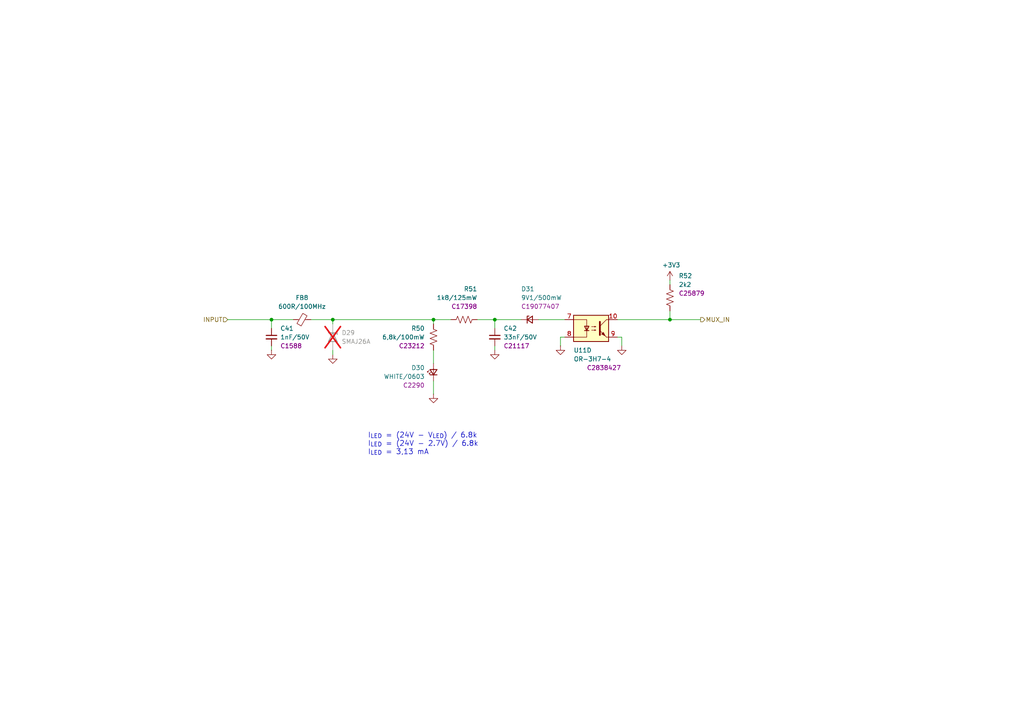
<source format=kicad_sch>
(kicad_sch (version 20250114) (generator "eeschema") (generator_version "9.0")
  (paper "A4")
  (title_block (title "ESP 24V 16xIn/16xOut/4xNTC Module") (date "2025-07-04") (rev "V4.1"))
  (lib_symbols
    (symbol "Device:C_Small" (pin_numbers (hide yes)) (pin_names (offset 0.254) (hide yes))
      (property "Reference" "C" (at 0.254 1.778 0))
      (property "Value" "C_Small" (at 0.254 -2.032 0))
      (symbol "C_Small_0_1"
        (polyline (pts (xy -1.524 0.508) (xy 1.524 0.508)) (stroke (width 0.3048)))
        (polyline (pts (xy -1.524 -0.508) (xy 1.524 -0.508)) (stroke (width 0.3302)))
      )
      (symbol "C_Small_1_1"
        (pin passive line (at 0 2.54 270) (length 2.032) (name "~") (number "1"))
        (pin passive line (at 0 -2.54 90) (length 2.032) (name "~") (number "2"))
      )
    )
    (symbol "Device:D_Zener_Small" (pin_numbers (hide yes)) (pin_names (offset 0.254) (hide yes))
      (property "Reference" "D" (at 0 2.286 0))
      (property "Value" "D_Zener_Small" (at 0 -2.286 0))
      (symbol "D_Zener_Small_0_1"
        (polyline (pts (xy -0.254 1.016) (xy -0.762 1.016) (xy -0.762 -1.016)) (stroke (width 0.254)))
        (polyline (pts (xy 0.762 1.016) (xy -0.762 0) (xy 0.762 -1.016) (xy 0.762 1.016)) (stroke (width 0.254)))
        (polyline (pts (xy 0.762 0) (xy -0.762 0)))
      )
      (symbol "D_Zener_Small_1_1"
        (pin passive line (at -2.54 0 0) (length 1.778) (name "K") (number "1"))
        (pin passive line (at 2.54 0 180) (length 1.778) (name "A") (number "2"))
      )
    )
    (symbol "Device:FerriteBead_Small" (pin_numbers (hide yes)) (pin_names (offset 0))
      (property "Reference" "FB" (at 1.905 1.27 0))
      (property "Value" "FerriteBead_Small" (at 1.905 -1.27 0))
      (symbol "FerriteBead_Small_0_1"
        (polyline (pts (xy -1.8288 0.2794) (xy -1.1176 1.4986) (xy 1.8288 -0.2032) (xy 1.1176 -1.4224) (xy -1.8288 0.2794)))
        (polyline (pts (xy 0 0.889) (xy 0 1.2954)))
        (polyline (pts (xy 0 -1.27) (xy 0 -0.7874)))
      )
      (symbol "FerriteBead_Small_1_1"
        (pin passive line (at 0 2.54 270) (length 1.27) (name "~") (number "1"))
        (pin passive line (at 0 -2.54 90) (length 1.27) (name "~") (number "2"))
      )
    )
    (symbol "Device:LED_Small" (pin_numbers (hide yes)) (pin_names (offset 0.254) (hide yes))
      (property "Reference" "D" (at -1.27 3.175 0))
      (property "Value" "LED_Small" (at -4.445 -2.54 0))
      (symbol "LED_Small_0_1"
        (polyline (pts (xy -0.762 -1.016) (xy -0.762 1.016)) (stroke (width 0.254)))
        (polyline (pts (xy 0 0.762) (xy -0.508 1.27) (xy -0.254 1.27) (xy -0.508 1.27) (xy -0.508 1.016)))
        (polyline (pts (xy 0.508 1.27) (xy 0 1.778) (xy 0.254 1.778) (xy 0 1.778) (xy 0 1.524)))
        (polyline (pts (xy 0.762 -1.016) (xy -0.762 0) (xy 0.762 1.016) (xy 0.762 -1.016)) (stroke (width 0.254)))
        (polyline (pts (xy 1.016 0) (xy -0.762 0)))
      )
      (symbol "LED_Small_1_1"
        (pin passive line (at -2.54 0 0) (length 1.778) (name "K") (number "1"))
        (pin passive line (at 2.54 0 180) (length 1.778) (name "A") (number "2"))
      )
    )
    (symbol "Device:R_US" (pin_numbers (hide yes)) (pin_names (offset 0))
      (property "Reference" "R" (at 2.54 0 90))
      (property "Value" "R_US" (at -2.54 0 90))
      (symbol "R_US_0_1"
        (polyline (pts (xy 0 2.286) (xy 0 2.54)))
        (polyline (pts (xy 0 2.286) (xy 1.016 1.905) (xy 0 1.524) (xy -1.016 1.143) (xy 0 0.762)))
        (polyline (pts (xy 0 0.762) (xy 1.016 0.381) (xy 0 0) (xy -1.016 -0.381) (xy 0 -0.762)))
        (polyline (pts (xy 0 -0.762) (xy 1.016 -1.143) (xy 0 -1.524) (xy -1.016 -1.905) (xy 0 -2.286)))
        (polyline (pts (xy 0 -2.286) (xy 0 -2.54)))
      )
      (symbol "R_US_1_1"
        (pin passive line (at 0 3.81 270) (length 1.27) (name "~") (number "1"))
        (pin passive line (at 0 -3.81 90) (length 1.27) (name "~") (number "2"))
      )
    )
    (symbol "Diode:SMAJ26A" (pin_numbers (hide yes)) (pin_names (offset 1.016) (hide yes))
      (property "Reference" "D" (at 0 2.54 0))
      (property "Value" "SMAJ26A" (at 0 -2.54 0))
      (symbol "SMAJ26A_0_1"
        (polyline (pts (xy -0.762 1.27) (xy -1.27 1.27) (xy -1.27 -1.27)) (stroke (width 0.254)))
        (polyline (pts (xy 1.27 1.27) (xy 1.27 -1.27) (xy -1.27 0) (xy 1.27 1.27)) (stroke (width 0.254)))
      )
      (symbol "SMAJ26A_1_1"
        (pin passive line (at -3.81 0 0) (length 2.54) (name "A1") (number "1"))
        (pin passive line (at 3.81 0 180) (length 2.54) (name "A2") (number "2"))
      )
    )
    (symbol "Tales:+3.3V" (power) (pin_names (offset 0))
      (property "Value" "+3.3V" (at 0 3.556 0))
      (symbol "+3.3V_0_1"
        (polyline (pts (xy -0.762 1.27) (xy 0 2.54)))
        (polyline (pts (xy 0 2.54) (xy 0.762 1.27)))
        (polyline (pts (xy 0 0) (xy 0 2.54)))
      )
      (symbol "+3.3V_1_1"
        (pin power_in line (at 0 0 90) (length 0) (hide yes) (name "+3.3V") (number "1"))
      )
    )
    (symbol "Tales:OR-3H7-4" (pin_names (offset 1.016))
      (property "Reference" "U" (at -5.08 5.08 0))
      (property "Value" "OR-3H7-4" (at 0 5.08 0))
      (symbol "OR-3H7-4_0_1"
        (rectangle (start -5.08 3.81) (end 5.08 -3.81) (stroke (width 0.254)) (fill (type background)))
        (polyline (pts (xy -5.08 2.54) (xy -1.27 2.54) (xy -1.27 -0.635)))
        (polyline (pts (xy -1.905 -0.635) (xy -0.635 -0.635)) (stroke (width 0.254)))
        (polyline (pts (xy -1.27 -0.635) (xy -1.27 -2.54) (xy -5.08 -2.54)))
        (polyline (pts (xy -1.27 -0.635) (xy -1.905 0.635) (xy -0.635 0.635) (xy -1.27 -0.635)) (stroke (width 0.254)))
        (polyline (pts (xy 0.127 0.508) (xy 1.397 0.508) (xy 1.016 0.381) (xy 1.016 0.635) (xy 1.397 0.508)))
        (polyline (pts (xy 0.127 -0.508) (xy 1.397 -0.508) (xy 1.016 -0.635) (xy 1.016 -0.381) (xy 1.397 -0.508)))
        (polyline (pts (xy 2.54 1.905) (xy 2.54 -1.905) (xy 2.54 -1.905)) (stroke (width 0.508)))
        (polyline (pts (xy 2.54 0.635) (xy 4.445 2.54)))
        (polyline (pts (xy 3.048 -1.651) (xy 3.556 -1.143) (xy 4.064 -2.159) (xy 3.048 -1.651) (xy 3.048 -1.651)) (fill (type outline)))
        (polyline (pts (xy 4.445 2.54) (xy 5.08 2.54)))
        (polyline (pts (xy 4.445 -2.54) (xy 2.54 -0.635)) (fill (type outline)))
        (polyline (pts (xy 4.445 -2.54) (xy 5.08 -2.54)))
      )
      (symbol "OR-3H7-4_1_1"
        (pin passive line (at -7.62 2.54 0) (length 2.54) (name "~") (number "1"))
        (pin passive line (at -7.62 -2.54 0) (length 2.54) (name "~") (number "2"))
        (pin passive line (at 7.62 2.54 180) (length 2.54) (name "~") (number "16"))
        (pin passive line (at 7.62 -2.54 180) (length 2.54) (name "~") (number "15"))
      )
      (symbol "OR-3H7-4_2_1"
        (pin passive line (at -7.62 2.54 0) (length 2.54) (name "~") (number "3"))
        (pin passive line (at -7.62 -2.54 0) (length 2.54) (name "~") (number "4"))
        (pin passive line (at 7.62 2.54 180) (length 2.54) (name "~") (number "14"))
        (pin passive line (at 7.62 -2.54 180) (length 2.54) (name "~") (number "13"))
      )
      (symbol "OR-3H7-4_3_1"
        (pin passive line (at -7.62 2.54 0) (length 2.54) (name "~") (number "5"))
        (pin passive line (at -7.62 -2.54 0) (length 2.54) (name "~") (number "6"))
        (pin passive line (at 7.62 2.54 180) (length 2.54) (name "~") (number "12"))
        (pin passive line (at 7.62 -2.54 180) (length 2.54) (name "~") (number "11"))
      )
      (symbol "OR-3H7-4_4_1"
        (pin passive line (at -7.62 2.54 0) (length 2.54) (name "~") (number "7"))
        (pin passive line (at -7.62 -2.54 0) (length 2.54) (name "~") (number "8"))
        (pin passive line (at 7.62 2.54 180) (length 2.54) (name "~") (number "10"))
        (pin passive line (at 7.62 -2.54 180) (length 2.54) (name "~") (number "9"))
      )
    )
    (symbol "power:GND" (power) (pin_numbers (hide yes)) (pin_names (offset 0) (hide yes))
      (property "Value" "GND" (at 0 -3.81 0))
      (symbol "GND_0_1"
        (polyline (pts (xy 0 0) (xy 0 -1.27) (xy 1.27 -1.27) (xy 0 -2.54) (xy -1.27 -1.27) (xy 0 -1.27)))
      )
      (symbol "GND_1_1"
        (pin power_in line (at 0 0 270) (length 0) (name "~") (number "1"))
      )
    )
  )
  (text "I_{LED} = (24V - V_{LED}) / 6.8k\nI_{LED} = (24V - 2.7V) / 6.8k\nI_{LED} = 3,13 mA" (at 106.68 132.08 0) (effects (font (size 1.5 1.5)) (justify left bottom)))
  (junction (at 96.52 92.71))
  (junction (at 78.74 92.71))
  (junction (at 143.51 92.71))
  (junction (at 125.73 92.71))
  (junction (at 194.31 92.71))
  (wire (pts (xy 96.52 92.71) (xy 96.52 93.98)))
  (wire (pts (xy 180.34 97.79) (xy 180.34 100.33)))
  (wire (pts (xy 179.07 92.71) (xy 194.31 92.71)))
  (wire (pts (xy 138.43 92.71) (xy 143.51 92.71)))
  (wire (pts (xy 194.31 81.28) (xy 194.31 82.55)))
  (wire (pts (xy 194.31 92.71) (xy 203.2 92.71)))
  (wire (pts (xy 194.31 90.17) (xy 194.31 92.71)))
  (wire (pts (xy 156.21 92.71) (xy 163.83 92.71)))
  (wire (pts (xy 143.51 100.33) (xy 143.51 101.6)))
  (wire (pts (xy 125.73 110.49) (xy 125.73 114.3)))
  (wire (pts (xy 96.52 101.6) (xy 96.52 102.87)))
  (wire (pts (xy 143.51 95.25) (xy 143.51 92.71)))
  (wire (pts (xy 143.51 92.71) (xy 151.13 92.71)))
  (wire (pts (xy 66.04 92.71) (xy 78.74 92.71)))
  (wire (pts (xy 125.73 92.71) (xy 125.73 93.98)))
  (wire (pts (xy 125.73 101.6) (xy 125.73 105.41)))
  (wire (pts (xy 96.52 92.71) (xy 125.73 92.71)))
  (wire (pts (xy 179.07 97.79) (xy 180.34 97.79)))
  (wire (pts (xy 162.56 97.79) (xy 162.56 100.33)))
  (wire (pts (xy 78.74 92.71) (xy 85.09 92.71)))
  (wire (pts (xy 78.74 92.71) (xy 78.74 95.25)))
  (wire (pts (xy 163.83 97.79) (xy 162.56 97.79)))
  (wire (pts (xy 125.73 92.71) (xy 130.81 92.71)))
  (wire (pts (xy 90.17 92.71) (xy 96.52 92.71)))
  (wire (pts (xy 78.74 100.33) (xy 78.74 101.6)))
  (hierarchical_label "INPUT" (shape input) (at 66.04 92.71 180))
  (hierarchical_label "MUX_IN" (shape output) (at 203.2 92.71 0))
  (symbol (lib_id "Device:R_US") (at 134.62 92.71 270) (unit 1)
    (property "Reference" "R30" (at 138.43 83.82 90) (effects (justify right)))
    (property "Value" "1k8/125mW" (at 138.43 86.36 90) (effects (justify right)))
    (property "Footprint" "Tales:R_0805_2012Metric" (effects (hide yes)))
    (property "Description" "Resistor, US symbol" (effects (hide yes)))
    (property "Case" "0805/2012" (effects (hide yes)))
    (property "Mfr" "Uniroyal" (effects (hide yes)))
    (property "Vendor" "JLCPCB" (effects (hide yes)))
    (property "Mfr PN" "0805W8F1801T5E" (effects (hide yes)))
    (property "Technology" "1%" (effects (hide yes)))
    (property "Vendor PN" "C17398" (effects (hide yes)))
    (property "LCSC Part #" "C17398" (at 138.43 88.9 90) (effects (justify right)))
    (property "JLCPCB BOM" "1" (effects (hide yes)))
    (instances (project "esp-24v-16ch-v4" (path "" (reference "R51") (unit 1)) (path "" (reference "R39") (unit 1)) (path "" (reference "R42") (unit 1)) (path "" (reference "R45") (unit 1)) (path "" (reference "R33") (unit 1)) (path "" (reference "R48") (unit 1)) (path "" (reference "R30") (unit 1)) (path "" (reference "R36") (unit 1))))
  )
  (symbol (lib_id "power:GND") (at 125.73 114.3 0) (unit 1)
    (property "Reference" "#PWR089" (effects (hide yes)))
    (property "Value" "GND" (effects (hide yes)))
    (property "Description" "Power symbol creates a global label with name \"GND\" , ground" (effects (hide yes)))
    (instances (project "esp-24v-16ch-v4" (path "" (reference "#PWR0138") (unit 1)) (path "" (reference "#PWR0110") (unit 1)) (path "" (reference "#PWR0117") (unit 1)) (path "" (reference "#PWR0124") (unit 1)) (path "" (reference "#PWR096") (unit 1)) (path "" (reference "#PWR0131") (unit 1)) (path "" (reference "#PWR089") (unit 1)) (path "" (reference "#PWR0103") (unit 1))))
  )
  (symbol (lib_id "power:GND") (at 78.74 101.6 0) (unit 1)
    (property "Reference" "#PWR087" (effects (hide yes)))
    (property "Value" "GND" (effects (hide yes)))
    (property "Description" "Power symbol creates a global label with name \"GND\" , ground" (effects (hide yes)))
    (instances (project "esp-24v-16ch-v4" (path "" (reference "#PWR0136") (unit 1)) (path "" (reference "#PWR0108") (unit 1)) (path "" (reference "#PWR0115") (unit 1)) (path "" (reference "#PWR0122") (unit 1)) (path "" (reference "#PWR094") (unit 1)) (path "" (reference "#PWR0129") (unit 1)) (path "" (reference "#PWR087") (unit 1)) (path "" (reference "#PWR0101") (unit 1))))
  )
  (symbol (lib_id "Device:FerriteBead_Small") (at 87.63 92.71 90) (unit 1)
    (property "Reference" "FB1" (at 87.5919 86.36 90))
    (property "Value" "600R/100MHz" (at 87.5919 88.9 90))
    (property "Footprint" "Tales:R_0603_1608Metric" (effects (hide yes)))
    (property "Description" "Ferrite bead, small symbol" (effects (hide yes)))
    (property "Case" "0603/1608" (effects (hide yes)))
    (property "JLCPCB BOM" "1" (effects (hide yes)))
    (property "LCSC Part #" "C85833" (effects (hide yes)))
    (property "Mfr" "Murata Electronics" (effects (hide yes)))
    (property "Mfr PN" "BLM18KG601SN1D" (effects (hide yes)))
    (property "Technology" "Ferrite Bead" (effects (hide yes)))
    (property "Vendor" "JLCPCB" (effects (hide yes)))
    (property "Vendor PN" "C85833" (effects (hide yes)))
    (instances (project "esp-24v-16ch-v4" (path "" (reference "FB8") (unit 1)) (path "" (reference "FB4") (unit 1)) (path "" (reference "FB5") (unit 1)) (path "" (reference "FB6") (unit 1)) (path "" (reference "FB2") (unit 1)) (path "" (reference "FB7") (unit 1)) (path "" (reference "FB1") (unit 1)) (path "" (reference "FB3") (unit 1))))
  )
  (symbol (lib_id "Diode:SMAJ26A") (at 96.52 97.79 270) (unit 1) (in_bom no) (on_board no) (dnp yes)
    (property "Reference" "D8" (at 99.06 96.5199 90) (effects (justify left)))
    (property "Value" "SMAJ26A" (at 99.06 99.0599 90) (effects (justify left)))
    (property "Footprint" "Diode_SMD:D_SMA" (effects (hide yes)))
    (property "Datasheet" "https://www.littelfuse.com/media?resourcetype=datasheets&itemid=75e32973-b177-4ee3-a0ff-cedaf1abdb93&filename=smaj-datasheet" (effects (hide yes)))
    (property "Description" "400W unidirectional Transient Voltage Suppressor, 26.0Vr, SMA(DO-214AC)" (effects (hide yes)))
    (property "Case" "SMA" (effects (hide yes)))
    (property "JLCPCB BOM" "1" (effects (hide yes)))
    (property "LCSC Part #" "C19077543" (effects (hide yes)))
    (property "Mfr" "hongjiacheng" (effects (hide yes)))
    (property "Mfr PN" "SMAJ26A" (effects (hide yes)))
    (property "Technology" "TVS" (effects (hide yes)))
    (property "Vendor" "JLCPCB" (effects (hide yes)))
    (property "Vendor PN" "C19077543" (effects (hide yes)))
    (instances (project "esp-24v-16ch-v4" (path "" (reference "D29") (unit 1)) (path "" (reference "D17") (unit 1)) (path "" (reference "D20") (unit 1)) (path "" (reference "D23") (unit 1)) (path "" (reference "D11") (unit 1)) (path "" (reference "D26") (unit 1)) (path "" (reference "D8") (unit 1)) (path "" (reference "D14") (unit 1))))
  )
  (symbol (lib_id "Device:C_Small") (at 143.51 97.79 0) (unit 1)
    (property "Reference" "C28" (at 146.05 95.2562 0) (effects (justify left)))
    (property "Value" "33nF/50V" (at 146.05 97.7962 0) (effects (justify left)))
    (property "Footprint" "Tales:C_0603_1608Metric" (effects (hide yes)))
    (property "Description" "Unpolarized capacitor, small symbol" (effects (hide yes)))
    (property "Technology" "Ceramic X7R" (effects (hide yes)))
    (property "Case" "0603/1608" (effects (hide yes)))
    (property "Mfr" "Samsung" (effects (hide yes)))
    (property "Mfr PN" "CL10B333KB8NNNC" (effects (hide yes)))
    (property "Vendor" "JLCPCB" (effects (hide yes)))
    (property "Vendor PN" "C21117" (effects (hide yes)))
    (property "LCSC Part #" "C21117" (at 146.05 100.3362 0) (effects (justify left)))
    (property "JLCPCB BOM" "1" (effects (hide yes)))
    (instances (project "esp-24v-16ch-v4" (path "" (reference "C42") (unit 1)) (path "" (reference "C34") (unit 1)) (path "" (reference "C36") (unit 1)) (path "" (reference "C38") (unit 1)) (path "" (reference "C30") (unit 1)) (path "" (reference "C40") (unit 1)) (path "" (reference "C28") (unit 1)) (path "" (reference "C32") (unit 1))))
  )
  (symbol (lib_id "power:GND") (at 162.56 100.33 0) (unit 1)
    (property "Reference" "#PWR091" (effects (hide yes)))
    (property "Value" "GND" (effects (hide yes)))
    (property "Description" "Power symbol creates a global label with name \"GND\" , ground" (effects (hide yes)))
    (instances (project "esp-24v-16ch-v4" (path "" (reference "#PWR0140") (unit 1)) (path "" (reference "#PWR0112") (unit 1)) (path "" (reference "#PWR0119") (unit 1)) (path "" (reference "#PWR0126") (unit 1)) (path "" (reference "#PWR098") (unit 1)) (path "" (reference "#PWR0133") (unit 1)) (path "" (reference "#PWR091") (unit 1)) (path "" (reference "#PWR0105") (unit 1))))
  )
  (symbol (lib_id "Device:LED_Small") (at 125.73 107.95 90) (unit 1)
    (property "Reference" "D9" (at 123.19 106.68 90) (effects (justify left)))
    (property "Value" "WHITE/0603" (at 123.19 109.22 90) (effects (justify left)))
    (property "Footprint" "Tales:LED_0603_1608Metric" (effects (hide yes)))
    (property "Description" "Light emitting diode, small symbol" (effects (hide yes)))
    (property "Case" "0603/1608" (effects (hide yes)))
    (property "Mfr" "Hubei KENTO Elec" (effects (hide yes)))
    (property "Mfr PN" "KT-0603W" (effects (hide yes)))
    (property "Vendor" "JLCPCB" (effects (hide yes)))
    (property "Vendor PN" "C2290" (effects (hide yes)))
    (property "LCSC Part #" "C2290" (at 123.19 111.76 90) (effects (justify left)))
    (property "JLCPCB BOM" "1" (effects (hide yes)))
    (property "Sim.Pin" "1=K 2=A" (effects (hide yes)))
    (instances (project "esp-24v-16ch-v4" (path "" (reference "D30") (unit 1)) (path "" (reference "D18") (unit 1)) (path "" (reference "D21") (unit 1)) (path "" (reference "D24") (unit 1)) (path "" (reference "D12") (unit 1)) (path "" (reference "D27") (unit 1)) (path "" (reference "D9") (unit 1)) (path "" (reference "D15") (unit 1))))
  )
  (symbol (lib_id "Device:D_Zener_Small") (at 153.67 92.71 0) (unit 1)
    (property "Reference" "D10" (at 151.13 83.82 0) (effects (justify left)))
    (property "Value" "9V1/500mW" (at 151.13 86.36 0) (effects (justify left)))
    (property "Footprint" "Tales:D_SOD-123" (effects (hide yes)))
    (property "Description" "Zener diode, small symbol" (effects (hide yes)))
    (property "Case" "SOD-123" (effects (hide yes)))
    (property "Mfr" "hongjiacheng" (effects (hide yes)))
    (property "Mfr PN" "BZT52C9V1" (effects (hide yes)))
    (property "Technology" "Zener" (effects (hide yes)))
    (property "Vendor" "JLCPCB" (effects (hide yes)))
    (property "Vendor PN" "C19077407" (effects (hide yes)))
    (property "JLCPCB BOM" "1" (effects (hide yes)))
    (property "LCSC Part #" "C19077407" (at 151.13 88.9 0) (effects (justify left)))
    (instances (project "esp-24v-16ch-v4" (path "" (reference "D31") (unit 1)) (path "" (reference "D19") (unit 1)) (path "" (reference "D22") (unit 1)) (path "" (reference "D25") (unit 1)) (path "" (reference "D13") (unit 1)) (path "" (reference "D28") (unit 1)) (path "" (reference "D10") (unit 1)) (path "" (reference "D16") (unit 1))))
  )
  (symbol (lib_id "Tales:+3.3V") (at 194.31 81.28 0) (unit 1)
    (property "Reference" "#PWR093" (effects (hide yes)))
    (property "Value" "+3V3" (at 194.691 76.8858 0))
    (property "Description" "Power symbol creates a global label with name \"+3.3V\"" (effects (hide yes)))
    (instances (project "esp-24v-16ch-v4" (path "" (reference "#PWR0142") (unit 1)) (path "" (reference "#PWR0114") (unit 1)) (path "" (reference "#PWR0121") (unit 1)) (path "" (reference "#PWR0128") (unit 1)) (path "" (reference "#PWR0100") (unit 1)) (path "" (reference "#PWR0135") (unit 1)) (path "" (reference "#PWR093") (unit 1)) (path "" (reference "#PWR0107") (unit 1))))
  )
  (symbol (lib_id "Device:R_US") (at 194.31 86.36 0) (unit 1)
    (property "Reference" "R31" (at 196.85 80.01 0) (effects (justify left)))
    (property "Value" "2k2" (at 196.85 82.55 0) (effects (justify left)))
    (property "Footprint" "Tales:R_0402_1005Metric" (effects (hide yes)))
    (property "Description" "Resistor, US symbol" (effects (hide yes)))
    (property "Case" "0402/1005" (effects (hide yes)))
    (property "Mfr" "Uniroyal" (effects (hide yes)))
    (property "Vendor" "JLCPCB" (effects (hide yes)))
    (property "Mfr PN" "0402WGF2201TCE" (effects (hide yes)))
    (property "Technology" "1%" (effects (hide yes)))
    (property "Vendor PN" "C25879" (effects (hide yes)))
    (property "LCSC Part #" "C25879" (at 196.85 85.09 0) (effects (justify left)))
    (property "JLCPCB BOM" "1" (effects (hide yes)))
    (instances (project "esp-24v-16ch-v4" (path "" (reference "R52") (unit 1)) (path "" (reference "R40") (unit 1)) (path "" (reference "R43") (unit 1)) (path "" (reference "R46") (unit 1)) (path "" (reference "R34") (unit 1)) (path "" (reference "R49") (unit 1)) (path "" (reference "R31") (unit 1)) (path "" (reference "R37") (unit 1))))
  )
  (symbol (lib_id "power:GND") (at 143.51 101.6 0) (unit 1)
    (property "Reference" "#PWR090" (effects (hide yes)))
    (property "Value" "GND" (effects (hide yes)))
    (property "Description" "Power symbol creates a global label with name \"GND\" , ground" (effects (hide yes)))
    (instances (project "esp-24v-16ch-v4" (path "" (reference "#PWR0139") (unit 1)) (path "" (reference "#PWR0111") (unit 1)) (path "" (reference "#PWR0118") (unit 1)) (path "" (reference "#PWR0125") (unit 1)) (path "" (reference "#PWR097") (unit 1)) (path "" (reference "#PWR0132") (unit 1)) (path "" (reference "#PWR090") (unit 1)) (path "" (reference "#PWR0104") (unit 1))))
  )
  (symbol (lib_id "Device:C_Small") (at 78.74 97.79 0) (unit 1)
    (property "Reference" "C27" (at 81.28 95.2562 0) (effects (justify left)))
    (property "Value" "1nF/50V" (at 81.28 97.7962 0) (effects (justify left)))
    (property "Footprint" "Tales:C_0603_1608Metric" (effects (hide yes)))
    (property "Description" "Unpolarized capacitor, small symbol" (effects (hide yes)))
    (property "Technology" "Ceramic X7R" (effects (hide yes)))
    (property "Case" "0603/1608" (effects (hide yes)))
    (property "Mfr" "Samsung" (effects (hide yes)))
    (property "Mfr PN" "CL10B102KB8NNNC" (effects (hide yes)))
    (property "Vendor" "JLCPCB" (effects (hide yes)))
    (property "Vendor PN" "C1588" (effects (hide yes)))
    (property "LCSC Part #" "C1588" (at 81.28 100.3362 0) (effects (justify left)))
    (property "JLCPCB BOM" "1" (effects (hide yes)))
    (instances (project "esp-24v-16ch-v4" (path "" (reference "C41") (unit 1)) (path "" (reference "C33") (unit 1)) (path "" (reference "C35") (unit 1)) (path "" (reference "C37") (unit 1)) (path "" (reference "C29") (unit 1)) (path "" (reference "C39") (unit 1)) (path "" (reference "C27") (unit 1)) (path "" (reference "C31") (unit 1))))
  )
  (symbol (lib_id "power:GND") (at 180.34 100.33 0) (unit 1)
    (property "Reference" "#PWR092" (effects (hide yes)))
    (property "Value" "GND" (effects (hide yes)))
    (property "Description" "Power symbol creates a global label with name \"GND\" , ground" (effects (hide yes)))
    (instances (project "esp-24v-16ch-v4" (path "" (reference "#PWR0141") (unit 1)) (path "" (reference "#PWR0113") (unit 1)) (path "" (reference "#PWR0120") (unit 1)) (path "" (reference "#PWR0127") (unit 1)) (path "" (reference "#PWR099") (unit 1)) (path "" (reference "#PWR0134") (unit 1)) (path "" (reference "#PWR092") (unit 1)) (path "" (reference "#PWR0106") (unit 1))))
  )
  (symbol (lib_id "power:GND") (at 96.52 102.87 0) (unit 1)
    (property "Reference" "#PWR088" (effects (hide yes)))
    (property "Value" "GND" (effects (hide yes)))
    (property "Description" "Power symbol creates a global label with name \"GND\" , ground" (effects (hide yes)))
    (instances (project "esp-24v-16ch-v4" (path "" (reference "#PWR0137") (unit 1)) (path "" (reference "#PWR0109") (unit 1)) (path "" (reference "#PWR0116") (unit 1)) (path "" (reference "#PWR0123") (unit 1)) (path "" (reference "#PWR095") (unit 1)) (path "" (reference "#PWR0130") (unit 1)) (path "" (reference "#PWR088") (unit 1)) (path "" (reference "#PWR0102") (unit 1))))
  )
  (symbol (lib_id "Tales:OR-3H7-4") (at 171.45 95.25 0) (unit 1)
    (property "Reference" "U10" (at 166.37 101.6 0) (effects (justify left)))
    (property "Value" "OR-3H7-4" (at 166.37 104.14 0) (effects (justify left)))
    (property "Footprint" "Tales:SOP-16_4.4x10.4mm_P1.27mm" (effects (hide yes)))
    (property "Description" "Quad DC Optocoupler, Vce 80V, CTR 100%, SOP16" (effects (hide yes)))
    (property "JLCPCB BOM" "1" (effects (hide yes)))
    (property "LCSC Part #" "C2838427" (at 170.18 106.68 0) (effects (justify left)))
    (property "Mfr PN" "OR-3H7-4GB-TA1-G" (effects (hide yes)))
    (property "Vendor PN" "C2838427" (effects (hide yes)))
    (property "Case" "SOP-16-4.4" (effects (hide yes)))
    (property "Mfr" "Orient" (effects (hide yes)))
    (property "Vendor" "JLCPCB" (effects (hide yes)))
    (instances (project "esp-24v-16ch-v4" (path "" (reference "U11") (unit 4)) (path "" (reference "U10") (unit 4)) (path "" (reference "U11") (unit 1)) (path "" (reference "U11") (unit 2)) (path "" (reference "U10") (unit 2)) (path "" (reference "U11") (unit 3)) (path "" (reference "U10") (unit 1)) (path "" (reference "U10") (unit 3))))
  )
  (symbol (lib_id "Device:R_US") (at 125.73 97.79 0) (unit 1)
    (property "Reference" "R29" (at 123.19 95.25 0) (effects (justify right)))
    (property "Value" "6,8k/100mW" (at 123.19 97.79 0) (effects (justify right)))
    (property "Footprint" "Tales:R_0603_1608Metric" (effects (hide yes)))
    (property "Description" "Resistor, US symbol" (effects (hide yes)))
    (property "Case" "0603/1608" (effects (hide yes)))
    (property "Mfr" "Uniroyal" (effects (hide yes)))
    (property "Mfr PN" "0603WAF6801T5E" (effects (hide yes)))
    (property "Vendor" "JLCPCB" (effects (hide yes)))
    (property "Vendor PN" "C23212 " (effects (hide yes)))
    (property "Technology" "1%" (effects (hide yes)))
    (property "LCSC Part #" "C23212" (at 123.19 100.33 0) (effects (justify right)))
    (property "JLCPCB BOM" "1" (effects (hide yes)))
    (instances (project "esp-24v-16ch-v4" (path "" (reference "R50") (unit 1)) (path "" (reference "R38") (unit 1)) (path "" (reference "R41") (unit 1)) (path "" (reference "R44") (unit 1)) (path "" (reference "R32") (unit 1)) (path "" (reference "R47") (unit 1)) (path "" (reference "R29") (unit 1)) (path "" (reference "R35") (unit 1))))
  )
)
</source>
